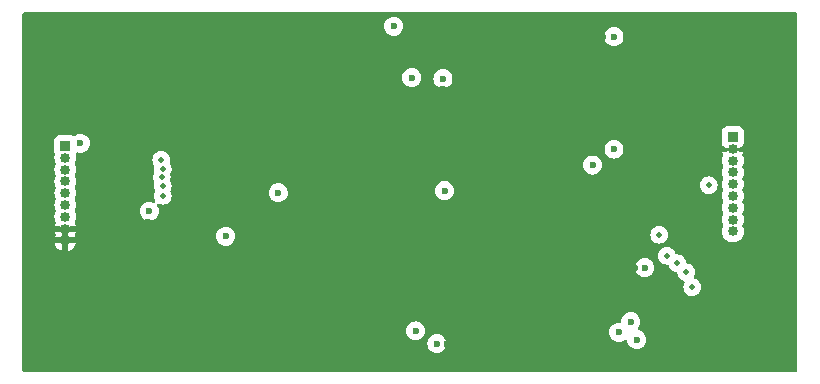
<source format=gbr>
%TF.GenerationSoftware,KiCad,Pcbnew,8.0.3*%
%TF.CreationDate,2024-07-25T00:21:40-07:00*%
%TF.ProjectId,radio_module,72616469-6f5f-46d6-9f64-756c652e6b69,rev?*%
%TF.SameCoordinates,Original*%
%TF.FileFunction,Copper,L2,Inr*%
%TF.FilePolarity,Positive*%
%FSLAX46Y46*%
G04 Gerber Fmt 4.6, Leading zero omitted, Abs format (unit mm)*
G04 Created by KiCad (PCBNEW 8.0.3) date 2024-07-25 00:21:40*
%MOMM*%
%LPD*%
G01*
G04 APERTURE LIST*
%TA.AperFunction,ComponentPad*%
%ADD10R,0.850000X0.850000*%
%TD*%
%TA.AperFunction,ComponentPad*%
%ADD11O,0.850000X0.850000*%
%TD*%
%TA.AperFunction,ViaPad*%
%ADD12C,0.500000*%
%TD*%
%TA.AperFunction,ViaPad*%
%ADD13C,0.600000*%
%TD*%
G04 APERTURE END LIST*
D10*
%TO.N,+3V3*%
%TO.C,J4*%
X99822000Y-97505000D03*
D11*
%TO.N,/NRESET*%
X99822000Y-98505000D03*
%TO.N,/DIO5*%
X99822000Y-99505000D03*
%TO.N,/SCK*%
X99822000Y-100505000D03*
%TO.N,/MISO*%
X99822000Y-101505000D03*
%TO.N,/MOSI*%
X99822000Y-102505000D03*
%TO.N,/NSS*%
X99822000Y-103505000D03*
%TO.N,GND*%
X99822000Y-104505000D03*
X99822000Y-105505000D03*
%TD*%
D10*
%TO.N,/ANT1*%
%TO.C,J3*%
X156337000Y-96743000D03*
D11*
%TO.N,GND*%
X156337000Y-97743000D03*
%TO.N,/DIO0*%
X156337000Y-98743000D03*
%TO.N,/DIO1*%
X156337000Y-99743000D03*
%TO.N,+5V*%
X156337000Y-100743000D03*
%TO.N,/DIO2*%
X156337000Y-101743000D03*
%TO.N,/DIO3*%
X156337000Y-102743000D03*
%TO.N,/DIO4*%
X156337000Y-103743000D03*
%TO.N,/ANT2*%
X156337000Y-104743000D03*
%TD*%
D12*
%TO.N,GND*%
X139954000Y-110744000D03*
D13*
X137668000Y-99822000D03*
D12*
X132334000Y-105410000D03*
D13*
X129159000Y-92735400D03*
X144927000Y-108204000D03*
D12*
X133223000Y-107315000D03*
X146050000Y-107315000D03*
X121666000Y-109347000D03*
D13*
X116459000Y-103985000D03*
D12*
X127000000Y-111252000D03*
X122428000Y-107188000D03*
X117475000Y-105283000D03*
X121666000Y-105283000D03*
D13*
X121957000Y-112025999D03*
D12*
X126619000Y-89027000D03*
X138684000Y-89154000D03*
X120142000Y-109347000D03*
X147447000Y-105410000D03*
X125857000Y-109347000D03*
X136271000Y-109347000D03*
X122936000Y-105283000D03*
D13*
X140716000Y-99822000D03*
D12*
X139319000Y-105410000D03*
D13*
X119634000Y-98044000D03*
D12*
X138557000Y-110744000D03*
X141478000Y-112014000D03*
X142367000Y-90932000D03*
D13*
X145265051Y-97775001D03*
D12*
X128270000Y-109347000D03*
D13*
X136525000Y-103096000D03*
X101727000Y-105283000D03*
X124038880Y-105274120D03*
X132171800Y-104255000D03*
D12*
X139192000Y-99060000D03*
D13*
X131802001Y-92697300D03*
X106807000Y-103985000D03*
D12*
X136652000Y-105410000D03*
D13*
X112979200Y-94672000D03*
X128701800Y-94996000D03*
D12*
X127127000Y-109347000D03*
X137160000Y-90932000D03*
X136525000Y-97282000D03*
X138557000Y-90932000D03*
D13*
X114014200Y-94672000D03*
D12*
X136271000Y-107315000D03*
D13*
X117475000Y-100457000D03*
D12*
X128397000Y-97282000D03*
X138303000Y-107315000D03*
X142494000Y-89154000D03*
D13*
X117602000Y-104112000D03*
X127980800Y-103112000D03*
X135509000Y-103096000D03*
D12*
X134366000Y-89154000D03*
X140462000Y-105410000D03*
X134747000Y-109347000D03*
X123063000Y-109347000D03*
D13*
X131663800Y-107938000D03*
X123444000Y-90805000D03*
X120799800Y-108108000D03*
D12*
X141351000Y-89154000D03*
X119507000Y-90805000D03*
X134747000Y-111379000D03*
X124460000Y-109347000D03*
X141097000Y-97155000D03*
X140081000Y-89154000D03*
X135890000Y-89154000D03*
X145034000Y-110744000D03*
D13*
X144630051Y-92949001D03*
D12*
X135763000Y-90932000D03*
X107823000Y-91948000D03*
X110490000Y-91567000D03*
X142621000Y-110744000D03*
X143891000Y-112014000D03*
D13*
X132175000Y-114236998D03*
D12*
X135255000Y-105410000D03*
X140081000Y-112014000D03*
X146050000Y-105410000D03*
X120523000Y-111252000D03*
X137287000Y-89154000D03*
X143129000Y-107315000D03*
X143129000Y-105410000D03*
X136144000Y-99187000D03*
X141732000Y-107315000D03*
D13*
X122301000Y-94869000D03*
X128143000Y-99822000D03*
X139791800Y-108065000D03*
D12*
X128270000Y-111252000D03*
D13*
X117398800Y-97409000D03*
D12*
X135382000Y-97282000D03*
X145161000Y-112014000D03*
X132588000Y-89154000D03*
D13*
X129286000Y-99822000D03*
X112522000Y-93091000D03*
D12*
X143764000Y-89154000D03*
X122936000Y-89027000D03*
X144653000Y-105410000D03*
X123190000Y-111252000D03*
X113284000Y-93726000D03*
X113284000Y-92710000D03*
X134366000Y-90932000D03*
D13*
X118491000Y-88142000D03*
D12*
X124587000Y-111252000D03*
X124968000Y-89027000D03*
X133858000Y-105410000D03*
X143764000Y-110744000D03*
D13*
X127218800Y-107938000D03*
X123825000Y-108013500D03*
D12*
X142748000Y-112014000D03*
X119253000Y-105283000D03*
X126746000Y-90805000D03*
D13*
X132937000Y-112204998D03*
D12*
X142240000Y-99060000D03*
X121031000Y-90805000D03*
X141351000Y-110744000D03*
D13*
X126111000Y-99822000D03*
D12*
X138684000Y-112014000D03*
D13*
X125821800Y-108065000D03*
X125730000Y-97028000D03*
X130429000Y-88138000D03*
D12*
X136271000Y-111379000D03*
X111887000Y-91567000D03*
D13*
X134747000Y-108077000D03*
D12*
X129921000Y-97282000D03*
X113157000Y-91694000D03*
X141224000Y-90932000D03*
D13*
X115030200Y-94672000D03*
D12*
X109093000Y-91567000D03*
X125857000Y-111252000D03*
D13*
X149653400Y-106407200D03*
X128701800Y-93853000D03*
D12*
X132588000Y-90932000D03*
X132715000Y-97282000D03*
D13*
X145392051Y-88250001D03*
D12*
X143637000Y-90932000D03*
X119507000Y-89027000D03*
X120523000Y-105283000D03*
X129540000Y-109347000D03*
D13*
X117751800Y-108108000D03*
X122174000Y-99695000D03*
X148082000Y-107823000D03*
X134620000Y-99822000D03*
D12*
X131953000Y-99060000D03*
X107823000Y-96393000D03*
X137795000Y-97282000D03*
D13*
X123952000Y-99695000D03*
X124460000Y-94869000D03*
D12*
X139954000Y-90932000D03*
X121031000Y-89027000D03*
X107823000Y-93218000D03*
D13*
X130429000Y-99822000D03*
D12*
X134112000Y-97282000D03*
X107823000Y-94488000D03*
X131318000Y-97282000D03*
X141732000Y-105410000D03*
X119380000Y-107188000D03*
X124968000Y-90805000D03*
D13*
X110871000Y-96393000D03*
%TO.N,+3V3*%
X129159000Y-91722000D03*
X146281051Y-97775001D03*
X129477000Y-113168499D03*
X101092000Y-97282000D03*
X106934000Y-103025000D03*
X131802001Y-91808300D03*
X148209000Y-113919000D03*
X148882003Y-107823000D03*
X127635000Y-87380000D03*
X146281051Y-88250001D03*
X131286000Y-114236998D03*
%TO.N,VR_PA*%
X131937000Y-101302000D03*
X117856000Y-101473000D03*
D12*
%TO.N,+5V*%
X154305000Y-100838000D03*
D13*
%TO.N,RF_CONTROL*%
X113411000Y-105156000D03*
X146685000Y-113284000D03*
%TO.N,RF_CONTROL_SW*%
X147701000Y-112395000D03*
X144462500Y-99123500D03*
D12*
%TO.N,/DIO0_sx*%
X107950000Y-98679000D03*
X150114000Y-105029000D03*
%TO.N,/DIO1_sx*%
X108069216Y-99446845D03*
X150749000Y-106807000D03*
%TO.N,/DIO2_sx*%
X107980251Y-100172749D03*
X151638000Y-107442000D03*
%TO.N,/DIO3_sx*%
X108075919Y-100878147D03*
X152400000Y-108204000D03*
%TO.N,/DIO4_sx*%
X108077000Y-101727000D03*
X152908000Y-109474000D03*
%TD*%
%TA.AperFunction,Conductor*%
%TO.N,GND*%
G36*
X161742539Y-86220185D02*
G01*
X161788294Y-86272989D01*
X161799500Y-86324500D01*
X161799500Y-116515500D01*
X161779815Y-116582539D01*
X161727011Y-116628294D01*
X161675500Y-116639500D01*
X96324500Y-116639500D01*
X96257461Y-116619815D01*
X96211706Y-116567011D01*
X96200500Y-116515500D01*
X96200500Y-114236994D01*
X130480435Y-114236994D01*
X130480435Y-114237001D01*
X130500630Y-114416247D01*
X130500631Y-114416252D01*
X130560211Y-114586521D01*
X130656184Y-114739260D01*
X130783738Y-114866814D01*
X130936478Y-114962787D01*
X131106745Y-115022366D01*
X131106750Y-115022367D01*
X131285996Y-115042563D01*
X131286000Y-115042563D01*
X131286004Y-115042563D01*
X131465249Y-115022367D01*
X131465252Y-115022366D01*
X131465255Y-115022366D01*
X131635522Y-114962787D01*
X131788262Y-114866814D01*
X131915816Y-114739260D01*
X132011789Y-114586520D01*
X132071368Y-114416253D01*
X132091565Y-114236998D01*
X132075932Y-114098254D01*
X132071369Y-114057748D01*
X132071368Y-114057743D01*
X132042087Y-113974064D01*
X132011789Y-113887476D01*
X131915816Y-113734736D01*
X131788262Y-113607182D01*
X131635523Y-113511209D01*
X131465254Y-113451629D01*
X131465249Y-113451628D01*
X131286004Y-113431433D01*
X131285996Y-113431433D01*
X131106750Y-113451628D01*
X131106745Y-113451629D01*
X130936476Y-113511209D01*
X130783737Y-113607182D01*
X130656184Y-113734735D01*
X130560211Y-113887474D01*
X130500631Y-114057743D01*
X130500630Y-114057748D01*
X130480435Y-114236994D01*
X96200500Y-114236994D01*
X96200500Y-113168495D01*
X128671435Y-113168495D01*
X128671435Y-113168502D01*
X128691630Y-113347748D01*
X128691631Y-113347753D01*
X128751211Y-113518022D01*
X128823785Y-113633522D01*
X128847184Y-113670761D01*
X128974738Y-113798315D01*
X129065080Y-113855081D01*
X129116636Y-113887476D01*
X129127478Y-113894288D01*
X129297745Y-113953867D01*
X129297750Y-113953868D01*
X129476996Y-113974064D01*
X129477000Y-113974064D01*
X129477004Y-113974064D01*
X129656249Y-113953868D01*
X129656252Y-113953867D01*
X129656255Y-113953867D01*
X129826522Y-113894288D01*
X129979262Y-113798315D01*
X130106816Y-113670761D01*
X130202789Y-113518021D01*
X130262368Y-113347754D01*
X130262369Y-113347748D01*
X130269552Y-113283996D01*
X145879435Y-113283996D01*
X145879435Y-113284003D01*
X145899630Y-113463249D01*
X145899631Y-113463254D01*
X145959211Y-113633523D01*
X146055184Y-113786262D01*
X146182738Y-113913816D01*
X146335478Y-114009789D01*
X146472523Y-114057743D01*
X146505745Y-114069368D01*
X146505750Y-114069369D01*
X146684996Y-114089565D01*
X146685000Y-114089565D01*
X146685004Y-114089565D01*
X146864249Y-114069369D01*
X146864252Y-114069368D01*
X146864255Y-114069368D01*
X147034522Y-114009789D01*
X147187262Y-113913816D01*
X147198948Y-113902129D01*
X147260266Y-113868646D01*
X147329958Y-113873628D01*
X147385893Y-113915498D01*
X147409848Y-113975927D01*
X147423630Y-114098250D01*
X147423631Y-114098254D01*
X147483211Y-114268523D01*
X147576033Y-114416247D01*
X147579184Y-114421262D01*
X147706738Y-114548816D01*
X147859478Y-114644789D01*
X148029745Y-114704368D01*
X148029750Y-114704369D01*
X148208996Y-114724565D01*
X148209000Y-114724565D01*
X148209004Y-114724565D01*
X148388249Y-114704369D01*
X148388252Y-114704368D01*
X148388255Y-114704368D01*
X148558522Y-114644789D01*
X148711262Y-114548816D01*
X148838816Y-114421262D01*
X148934789Y-114268522D01*
X148994368Y-114098255D01*
X149008361Y-113974064D01*
X149014565Y-113919003D01*
X149014565Y-113918996D01*
X148994369Y-113739750D01*
X148994368Y-113739745D01*
X148934788Y-113569476D01*
X148895582Y-113507080D01*
X148838816Y-113416738D01*
X148711262Y-113289184D01*
X148558523Y-113193211D01*
X148388253Y-113133631D01*
X148380061Y-113132708D01*
X148315648Y-113105637D01*
X148276096Y-113048040D01*
X148273962Y-112978203D01*
X148306268Y-112921809D01*
X148330816Y-112897262D01*
X148426789Y-112744522D01*
X148486368Y-112574255D01*
X148494889Y-112498630D01*
X148506565Y-112395003D01*
X148506565Y-112394996D01*
X148486369Y-112215750D01*
X148486368Y-112215745D01*
X148426788Y-112045476D01*
X148330815Y-111892737D01*
X148203262Y-111765184D01*
X148050523Y-111669211D01*
X147880254Y-111609631D01*
X147880249Y-111609630D01*
X147701004Y-111589435D01*
X147700996Y-111589435D01*
X147521750Y-111609630D01*
X147521745Y-111609631D01*
X147351476Y-111669211D01*
X147198737Y-111765184D01*
X147071184Y-111892737D01*
X146975211Y-112045476D01*
X146915631Y-112215745D01*
X146915630Y-112215750D01*
X146897397Y-112377581D01*
X146870331Y-112441995D01*
X146812736Y-112481551D01*
X146760294Y-112486918D01*
X146685004Y-112478435D01*
X146684996Y-112478435D01*
X146505750Y-112498630D01*
X146505745Y-112498631D01*
X146335476Y-112558211D01*
X146182737Y-112654184D01*
X146055184Y-112781737D01*
X145959211Y-112934476D01*
X145899631Y-113104745D01*
X145899630Y-113104750D01*
X145879435Y-113283996D01*
X130269552Y-113283996D01*
X130282565Y-113168502D01*
X130282565Y-113168495D01*
X130262369Y-112989249D01*
X130262368Y-112989244D01*
X130258505Y-112978203D01*
X130202789Y-112818977D01*
X130106816Y-112666237D01*
X129979262Y-112538683D01*
X129940366Y-112514243D01*
X129826523Y-112442710D01*
X129656254Y-112383130D01*
X129656249Y-112383129D01*
X129477004Y-112362934D01*
X129476996Y-112362934D01*
X129297750Y-112383129D01*
X129297745Y-112383130D01*
X129127476Y-112442710D01*
X128974737Y-112538683D01*
X128847184Y-112666236D01*
X128751211Y-112818975D01*
X128691631Y-112989244D01*
X128691630Y-112989249D01*
X128671435Y-113168495D01*
X96200500Y-113168495D01*
X96200500Y-107822996D01*
X148076438Y-107822996D01*
X148076438Y-107823003D01*
X148096633Y-108002249D01*
X148096634Y-108002254D01*
X148156214Y-108172523D01*
X148252187Y-108325262D01*
X148379741Y-108452816D01*
X148532481Y-108548789D01*
X148618645Y-108578939D01*
X148702748Y-108608368D01*
X148702753Y-108608369D01*
X148881999Y-108628565D01*
X148882003Y-108628565D01*
X148882007Y-108628565D01*
X149061252Y-108608369D01*
X149061255Y-108608368D01*
X149061258Y-108608368D01*
X149231525Y-108548789D01*
X149384265Y-108452816D01*
X149511819Y-108325262D01*
X149607792Y-108172522D01*
X149667371Y-108002255D01*
X149677441Y-107912884D01*
X149687568Y-107823003D01*
X149687568Y-107822996D01*
X149667372Y-107643750D01*
X149667371Y-107643745D01*
X149638854Y-107562249D01*
X149607792Y-107473478D01*
X149604153Y-107467687D01*
X149545585Y-107374476D01*
X149511819Y-107320738D01*
X149384265Y-107193184D01*
X149291179Y-107134694D01*
X149231526Y-107097211D01*
X149061257Y-107037631D01*
X149061252Y-107037630D01*
X148882007Y-107017435D01*
X148881999Y-107017435D01*
X148702753Y-107037630D01*
X148702748Y-107037631D01*
X148532479Y-107097211D01*
X148379740Y-107193184D01*
X148252187Y-107320737D01*
X148156214Y-107473476D01*
X148096634Y-107643745D01*
X148096633Y-107643750D01*
X148076438Y-107822996D01*
X96200500Y-107822996D01*
X96200500Y-106806997D01*
X149993751Y-106806997D01*
X149993751Y-106807002D01*
X150012685Y-106975056D01*
X150068545Y-107134694D01*
X150068547Y-107134697D01*
X150158518Y-107277884D01*
X150158523Y-107277890D01*
X150278109Y-107397476D01*
X150278115Y-107397481D01*
X150421302Y-107487452D01*
X150421305Y-107487454D01*
X150421309Y-107487455D01*
X150421310Y-107487456D01*
X150493913Y-107512860D01*
X150580943Y-107543314D01*
X150748997Y-107562249D01*
X150749000Y-107562249D01*
X150749001Y-107562249D01*
X150760258Y-107560980D01*
X150781534Y-107558583D01*
X150850356Y-107570637D01*
X150901736Y-107617985D01*
X150912461Y-107640849D01*
X150957544Y-107769691D01*
X150957547Y-107769697D01*
X151047518Y-107912884D01*
X151047523Y-107912890D01*
X151167109Y-108032476D01*
X151167115Y-108032481D01*
X151310302Y-108122452D01*
X151310305Y-108122454D01*
X151310309Y-108122455D01*
X151310310Y-108122456D01*
X151453391Y-108172522D01*
X151469944Y-108178314D01*
X151545801Y-108186861D01*
X151610215Y-108213927D01*
X151649771Y-108271522D01*
X151655138Y-108296196D01*
X151663686Y-108372056D01*
X151719545Y-108531694D01*
X151719547Y-108531697D01*
X151809518Y-108674884D01*
X151809523Y-108674890D01*
X151929109Y-108794476D01*
X151929115Y-108794481D01*
X152072302Y-108884452D01*
X152072307Y-108884455D01*
X152072310Y-108884456D01*
X152187678Y-108924824D01*
X152244453Y-108965546D01*
X152270201Y-109030498D01*
X152256745Y-109099060D01*
X152251717Y-109107838D01*
X152227545Y-109146307D01*
X152171685Y-109305943D01*
X152152751Y-109473997D01*
X152152751Y-109474002D01*
X152171685Y-109642056D01*
X152227545Y-109801694D01*
X152227547Y-109801697D01*
X152317518Y-109944884D01*
X152317523Y-109944890D01*
X152437109Y-110064476D01*
X152437115Y-110064481D01*
X152580302Y-110154452D01*
X152580305Y-110154454D01*
X152580309Y-110154455D01*
X152580310Y-110154456D01*
X152652913Y-110179860D01*
X152739943Y-110210314D01*
X152907997Y-110229249D01*
X152908000Y-110229249D01*
X152908003Y-110229249D01*
X153076056Y-110210314D01*
X153076059Y-110210313D01*
X153235690Y-110154456D01*
X153235692Y-110154454D01*
X153235694Y-110154454D01*
X153235697Y-110154452D01*
X153378884Y-110064481D01*
X153378885Y-110064480D01*
X153378890Y-110064477D01*
X153498477Y-109944890D01*
X153588452Y-109801697D01*
X153588454Y-109801694D01*
X153588454Y-109801692D01*
X153588456Y-109801690D01*
X153644313Y-109642059D01*
X153644313Y-109642058D01*
X153644314Y-109642056D01*
X153663249Y-109474002D01*
X153663249Y-109473997D01*
X153644314Y-109305943D01*
X153588454Y-109146305D01*
X153588452Y-109146302D01*
X153498481Y-109003115D01*
X153498476Y-109003109D01*
X153378890Y-108883523D01*
X153378884Y-108883518D01*
X153235697Y-108793547D01*
X153235694Y-108793545D01*
X153120321Y-108753175D01*
X153063545Y-108712453D01*
X153037798Y-108647500D01*
X153051254Y-108578939D01*
X153056284Y-108570159D01*
X153080454Y-108531694D01*
X153080454Y-108531692D01*
X153080456Y-108531690D01*
X153136313Y-108372059D01*
X153136313Y-108372058D01*
X153136314Y-108372056D01*
X153155249Y-108204002D01*
X153155249Y-108203997D01*
X153136314Y-108035943D01*
X153080454Y-107876305D01*
X153080452Y-107876302D01*
X152990481Y-107733115D01*
X152990476Y-107733109D01*
X152870890Y-107613523D01*
X152870884Y-107613518D01*
X152727697Y-107523547D01*
X152727694Y-107523545D01*
X152568056Y-107467686D01*
X152492196Y-107459138D01*
X152427783Y-107432071D01*
X152388228Y-107374476D01*
X152382861Y-107349801D01*
X152374314Y-107273944D01*
X152346055Y-107193184D01*
X152318456Y-107114310D01*
X152318455Y-107114309D01*
X152318454Y-107114305D01*
X152318452Y-107114302D01*
X152228481Y-106971115D01*
X152228476Y-106971109D01*
X152108890Y-106851523D01*
X152108884Y-106851518D01*
X151965697Y-106761547D01*
X151965694Y-106761545D01*
X151806056Y-106705685D01*
X151638003Y-106686751D01*
X151638001Y-106686751D01*
X151638000Y-106686751D01*
X151605462Y-106690416D01*
X151536641Y-106678361D01*
X151485262Y-106631011D01*
X151474539Y-106608151D01*
X151429454Y-106479305D01*
X151429452Y-106479302D01*
X151339481Y-106336115D01*
X151339476Y-106336109D01*
X151219890Y-106216523D01*
X151219884Y-106216518D01*
X151076697Y-106126547D01*
X151076694Y-106126545D01*
X150917056Y-106070685D01*
X150749003Y-106051751D01*
X150748997Y-106051751D01*
X150580943Y-106070685D01*
X150421305Y-106126545D01*
X150421302Y-106126547D01*
X150278115Y-106216518D01*
X150278109Y-106216523D01*
X150158523Y-106336109D01*
X150158518Y-106336115D01*
X150068547Y-106479302D01*
X150068545Y-106479305D01*
X150012685Y-106638943D01*
X149993751Y-106806997D01*
X96200500Y-106806997D01*
X96200500Y-105755000D01*
X98930628Y-105755000D01*
X98972316Y-105883306D01*
X98972317Y-105883307D01*
X99069536Y-106051694D01*
X99069535Y-106051694D01*
X99199639Y-106196190D01*
X99199642Y-106196192D01*
X99356950Y-106310484D01*
X99534587Y-106389573D01*
X99571999Y-106397524D01*
X99572000Y-106397524D01*
X100072000Y-106397524D01*
X100109412Y-106389573D01*
X100287049Y-106310484D01*
X100444357Y-106196192D01*
X100444360Y-106196190D01*
X100574463Y-106051694D01*
X100671682Y-105883307D01*
X100671683Y-105883306D01*
X100713372Y-105755000D01*
X100072000Y-105755000D01*
X100072000Y-106397524D01*
X99572000Y-106397524D01*
X99572000Y-105755000D01*
X98930628Y-105755000D01*
X96200500Y-105755000D01*
X96200500Y-105455272D01*
X99572000Y-105455272D01*
X99572000Y-105554728D01*
X99610060Y-105646614D01*
X99680386Y-105716940D01*
X99772272Y-105755000D01*
X99871728Y-105755000D01*
X99963614Y-105716940D01*
X100033940Y-105646614D01*
X100072000Y-105554728D01*
X100072000Y-105455272D01*
X100033940Y-105363386D01*
X99963614Y-105293060D01*
X99871728Y-105255000D01*
X100072000Y-105255000D01*
X100713372Y-105255000D01*
X100713371Y-105254999D01*
X100681204Y-105155996D01*
X112605435Y-105155996D01*
X112605435Y-105156003D01*
X112625630Y-105335249D01*
X112625631Y-105335254D01*
X112685211Y-105505523D01*
X112716129Y-105554728D01*
X112781184Y-105658262D01*
X112908738Y-105785816D01*
X113061478Y-105881789D01*
X113231745Y-105941368D01*
X113231750Y-105941369D01*
X113410996Y-105961565D01*
X113411000Y-105961565D01*
X113411004Y-105961565D01*
X113590249Y-105941369D01*
X113590252Y-105941368D01*
X113590255Y-105941368D01*
X113760522Y-105881789D01*
X113913262Y-105785816D01*
X114040816Y-105658262D01*
X114136789Y-105505522D01*
X114196368Y-105335255D01*
X114196369Y-105335249D01*
X114216565Y-105156003D01*
X114216565Y-105155996D01*
X114202256Y-105028997D01*
X149358751Y-105028997D01*
X149358751Y-105029002D01*
X149377685Y-105197056D01*
X149433545Y-105356694D01*
X149433547Y-105356697D01*
X149523518Y-105499884D01*
X149523523Y-105499890D01*
X149643109Y-105619476D01*
X149643115Y-105619481D01*
X149786302Y-105709452D01*
X149786305Y-105709454D01*
X149786309Y-105709455D01*
X149786310Y-105709456D01*
X149858913Y-105734860D01*
X149945943Y-105765314D01*
X150113997Y-105784249D01*
X150114000Y-105784249D01*
X150114003Y-105784249D01*
X150282056Y-105765314D01*
X150311532Y-105755000D01*
X150441690Y-105709456D01*
X150441692Y-105709454D01*
X150441694Y-105709454D01*
X150441697Y-105709452D01*
X150584884Y-105619481D01*
X150584885Y-105619480D01*
X150584890Y-105619477D01*
X150704477Y-105499890D01*
X150704481Y-105499884D01*
X150794452Y-105356697D01*
X150794454Y-105356694D01*
X150794454Y-105356692D01*
X150794456Y-105356690D01*
X150850313Y-105197059D01*
X150850313Y-105197058D01*
X150850314Y-105197056D01*
X150869249Y-105029002D01*
X150869249Y-105028997D01*
X150850314Y-104860943D01*
X150794454Y-104701305D01*
X150794452Y-104701302D01*
X150704481Y-104558115D01*
X150704476Y-104558109D01*
X150584890Y-104438523D01*
X150584884Y-104438518D01*
X150441697Y-104348547D01*
X150441694Y-104348545D01*
X150282056Y-104292685D01*
X150114003Y-104273751D01*
X150113997Y-104273751D01*
X149945943Y-104292685D01*
X149786305Y-104348545D01*
X149786302Y-104348547D01*
X149643115Y-104438518D01*
X149643109Y-104438523D01*
X149523523Y-104558109D01*
X149523518Y-104558115D01*
X149433547Y-104701302D01*
X149433545Y-104701305D01*
X149377685Y-104860943D01*
X149358751Y-105028997D01*
X114202256Y-105028997D01*
X114196369Y-104976750D01*
X114196368Y-104976745D01*
X114182279Y-104936482D01*
X114136789Y-104806478D01*
X114040816Y-104653738D01*
X113913262Y-104526184D01*
X113760523Y-104430211D01*
X113590254Y-104370631D01*
X113590249Y-104370630D01*
X113411004Y-104350435D01*
X113410996Y-104350435D01*
X113231750Y-104370630D01*
X113231745Y-104370631D01*
X113061476Y-104430211D01*
X112908737Y-104526184D01*
X112781184Y-104653737D01*
X112685211Y-104806476D01*
X112625631Y-104976745D01*
X112625630Y-104976750D01*
X112605435Y-105155996D01*
X100681204Y-105155996D01*
X100671684Y-105126697D01*
X100637218Y-105067000D01*
X100620745Y-104999100D01*
X100637218Y-104943000D01*
X100671684Y-104883302D01*
X100713372Y-104755000D01*
X100072000Y-104755000D01*
X100072000Y-105255000D01*
X99871728Y-105255000D01*
X99772272Y-105255000D01*
X99680386Y-105293060D01*
X99610060Y-105363386D01*
X99572000Y-105455272D01*
X96200500Y-105455272D01*
X96200500Y-105254999D01*
X98930628Y-105254999D01*
X98930628Y-105255000D01*
X99572000Y-105255000D01*
X99572000Y-104755000D01*
X98930628Y-104755000D01*
X98972316Y-104883306D01*
X98972317Y-104883307D01*
X99006781Y-104943000D01*
X99023254Y-105010900D01*
X99006781Y-105067000D01*
X98972317Y-105126692D01*
X98972316Y-105126693D01*
X98930628Y-105254999D01*
X96200500Y-105254999D01*
X96200500Y-98505000D01*
X98891402Y-98505000D01*
X98911738Y-98698483D01*
X98971856Y-98883510D01*
X98971857Y-98883511D01*
X99006203Y-98943000D01*
X99022676Y-99010900D01*
X99006203Y-99067000D01*
X98971857Y-99126488D01*
X98971856Y-99126489D01*
X98911738Y-99311516D01*
X98891402Y-99505000D01*
X98911738Y-99698483D01*
X98971856Y-99883510D01*
X98971857Y-99883511D01*
X99006203Y-99943000D01*
X99022676Y-100010900D01*
X99006203Y-100067000D01*
X98971857Y-100126488D01*
X98971856Y-100126489D01*
X98911738Y-100311516D01*
X98891402Y-100505000D01*
X98911738Y-100698483D01*
X98971856Y-100883510D01*
X98971857Y-100883511D01*
X99006203Y-100943000D01*
X99022676Y-101010900D01*
X99006203Y-101067000D01*
X98971857Y-101126488D01*
X98971856Y-101126489D01*
X98911738Y-101311516D01*
X98891402Y-101505000D01*
X98911738Y-101698483D01*
X98971856Y-101883510D01*
X98971857Y-101883511D01*
X99006203Y-101943000D01*
X99022676Y-102010900D01*
X99006203Y-102067000D01*
X98971857Y-102126488D01*
X98971856Y-102126489D01*
X98911738Y-102311516D01*
X98891402Y-102505000D01*
X98911738Y-102698483D01*
X98971856Y-102883510D01*
X98971857Y-102883511D01*
X99006203Y-102943000D01*
X99022676Y-103010900D01*
X99006203Y-103067000D01*
X98971857Y-103126488D01*
X98971856Y-103126489D01*
X98911738Y-103311516D01*
X98891402Y-103505000D01*
X98911738Y-103698483D01*
X98971856Y-103883510D01*
X98971857Y-103883511D01*
X99006492Y-103943500D01*
X99022965Y-104011400D01*
X99006492Y-104067500D01*
X98972317Y-104126692D01*
X98972316Y-104126693D01*
X98930628Y-104254999D01*
X98930628Y-104255000D01*
X99239441Y-104255000D01*
X99306480Y-104274685D01*
X99312327Y-104278682D01*
X99356702Y-104310923D01*
X99424926Y-104341297D01*
X99534429Y-104390051D01*
X99593788Y-104402668D01*
X99572000Y-104455272D01*
X99572000Y-104554728D01*
X99610060Y-104646614D01*
X99680386Y-104716940D01*
X99772272Y-104755000D01*
X99871728Y-104755000D01*
X99963614Y-104716940D01*
X100033940Y-104646614D01*
X100072000Y-104554728D01*
X100072000Y-104455272D01*
X100050211Y-104402668D01*
X100109571Y-104390051D01*
X100287299Y-104310922D01*
X100331673Y-104278681D01*
X100397480Y-104255202D01*
X100404559Y-104255000D01*
X100713372Y-104255000D01*
X100713371Y-104254999D01*
X100671684Y-104126697D01*
X100637507Y-104067500D01*
X100621034Y-103999600D01*
X100637506Y-103943502D01*
X100672144Y-103883508D01*
X100732262Y-103698482D01*
X100752598Y-103505000D01*
X100732262Y-103311518D01*
X100672144Y-103126492D01*
X100637795Y-103066999D01*
X100627604Y-103024996D01*
X106128435Y-103024996D01*
X106128435Y-103025003D01*
X106148630Y-103204249D01*
X106148631Y-103204254D01*
X106208211Y-103374523D01*
X106290196Y-103505000D01*
X106304184Y-103527262D01*
X106431738Y-103654816D01*
X106584478Y-103750789D01*
X106754745Y-103810368D01*
X106754750Y-103810369D01*
X106933996Y-103830565D01*
X106934000Y-103830565D01*
X106934004Y-103830565D01*
X107113249Y-103810369D01*
X107113252Y-103810368D01*
X107113255Y-103810368D01*
X107283522Y-103750789D01*
X107436262Y-103654816D01*
X107563816Y-103527262D01*
X107659789Y-103374522D01*
X107719368Y-103204255D01*
X107719369Y-103204249D01*
X107739565Y-103025003D01*
X107739565Y-103024996D01*
X107719369Y-102845750D01*
X107719368Y-102845745D01*
X107659788Y-102675475D01*
X107607224Y-102591822D01*
X107588223Y-102524585D01*
X107608590Y-102457750D01*
X107661858Y-102412536D01*
X107731114Y-102403297D01*
X107753168Y-102408806D01*
X107838639Y-102438713D01*
X107908943Y-102463314D01*
X108076997Y-102482249D01*
X108077000Y-102482249D01*
X108077003Y-102482249D01*
X108245056Y-102463314D01*
X108260957Y-102457750D01*
X108404690Y-102407456D01*
X108404692Y-102407454D01*
X108404694Y-102407454D01*
X108404697Y-102407452D01*
X108547884Y-102317481D01*
X108547885Y-102317480D01*
X108547890Y-102317477D01*
X108667477Y-102197890D01*
X108678090Y-102181000D01*
X108757452Y-102054697D01*
X108757454Y-102054694D01*
X108757454Y-102054692D01*
X108757456Y-102054690D01*
X108813313Y-101895059D01*
X108813313Y-101895058D01*
X108813314Y-101895056D01*
X108832249Y-101727002D01*
X108832249Y-101726997D01*
X108813313Y-101558942D01*
X108810015Y-101549518D01*
X108783239Y-101472996D01*
X117050435Y-101472996D01*
X117050435Y-101473003D01*
X117070630Y-101652249D01*
X117070631Y-101652254D01*
X117130211Y-101822523D01*
X117205912Y-101942999D01*
X117226184Y-101975262D01*
X117353738Y-102102816D01*
X117391417Y-102126491D01*
X117505037Y-102197884D01*
X117506478Y-102198789D01*
X117623195Y-102239630D01*
X117676745Y-102258368D01*
X117676750Y-102258369D01*
X117855996Y-102278565D01*
X117856000Y-102278565D01*
X117856004Y-102278565D01*
X118035249Y-102258369D01*
X118035252Y-102258368D01*
X118035255Y-102258368D01*
X118205522Y-102198789D01*
X118358262Y-102102816D01*
X118485816Y-101975262D01*
X118581789Y-101822522D01*
X118641368Y-101652255D01*
X118641369Y-101652249D01*
X118661565Y-101473003D01*
X118661565Y-101472996D01*
X118642298Y-101301996D01*
X131131435Y-101301996D01*
X131131435Y-101302003D01*
X131151630Y-101481249D01*
X131151631Y-101481254D01*
X131211211Y-101651523D01*
X131258635Y-101726997D01*
X131307184Y-101804262D01*
X131434738Y-101931816D01*
X131503882Y-101975262D01*
X131551209Y-102005000D01*
X131587478Y-102027789D01*
X131757745Y-102087368D01*
X131757750Y-102087369D01*
X131936996Y-102107565D01*
X131937000Y-102107565D01*
X131937004Y-102107565D01*
X132116249Y-102087369D01*
X132116252Y-102087368D01*
X132116255Y-102087368D01*
X132286522Y-102027789D01*
X132439262Y-101931816D01*
X132566816Y-101804262D01*
X132662789Y-101651522D01*
X132722368Y-101481255D01*
X132728315Y-101428476D01*
X132742565Y-101302003D01*
X132742565Y-101301996D01*
X132722369Y-101122750D01*
X132722368Y-101122745D01*
X132662788Y-100952476D01*
X132590859Y-100838002D01*
X132590856Y-100837997D01*
X153549751Y-100837997D01*
X153549751Y-100838002D01*
X153568685Y-101006056D01*
X153624545Y-101165694D01*
X153624547Y-101165697D01*
X153714518Y-101308884D01*
X153714523Y-101308890D01*
X153834109Y-101428476D01*
X153834115Y-101428481D01*
X153977302Y-101518452D01*
X153977305Y-101518454D01*
X153977309Y-101518455D01*
X153977310Y-101518456D01*
X154049913Y-101543860D01*
X154136943Y-101574314D01*
X154304997Y-101593249D01*
X154305000Y-101593249D01*
X154305003Y-101593249D01*
X154473056Y-101574314D01*
X154516984Y-101558943D01*
X154632690Y-101518456D01*
X154632692Y-101518454D01*
X154632694Y-101518454D01*
X154632697Y-101518452D01*
X154775884Y-101428481D01*
X154775885Y-101428480D01*
X154775890Y-101428477D01*
X154895477Y-101308890D01*
X154897921Y-101305000D01*
X154985452Y-101165697D01*
X154985454Y-101165694D01*
X154985454Y-101165692D01*
X154985456Y-101165690D01*
X155041313Y-101006059D01*
X155041313Y-101006058D01*
X155041314Y-101006056D01*
X155060249Y-100838002D01*
X155060249Y-100837997D01*
X155041314Y-100669943D01*
X154999504Y-100550457D01*
X154985456Y-100510310D01*
X154985455Y-100510309D01*
X154985454Y-100510305D01*
X154985452Y-100510302D01*
X154895481Y-100367115D01*
X154895476Y-100367109D01*
X154775890Y-100247523D01*
X154775884Y-100247518D01*
X154632697Y-100157547D01*
X154632694Y-100157545D01*
X154473056Y-100101685D01*
X154305003Y-100082751D01*
X154304997Y-100082751D01*
X154136943Y-100101685D01*
X153977305Y-100157545D01*
X153977302Y-100157547D01*
X153834115Y-100247518D01*
X153834109Y-100247523D01*
X153714523Y-100367109D01*
X153714518Y-100367115D01*
X153624547Y-100510302D01*
X153624545Y-100510305D01*
X153568685Y-100669943D01*
X153549751Y-100837997D01*
X132590856Y-100837997D01*
X132566816Y-100799738D01*
X132439262Y-100672184D01*
X132431704Y-100667435D01*
X132286523Y-100576211D01*
X132116254Y-100516631D01*
X132116249Y-100516630D01*
X131937004Y-100496435D01*
X131936996Y-100496435D01*
X131757750Y-100516630D01*
X131757745Y-100516631D01*
X131587476Y-100576211D01*
X131434737Y-100672184D01*
X131307184Y-100799737D01*
X131211211Y-100952476D01*
X131151631Y-101122745D01*
X131151630Y-101122750D01*
X131131435Y-101301996D01*
X118642298Y-101301996D01*
X118641369Y-101293750D01*
X118641368Y-101293745D01*
X118625676Y-101248900D01*
X118581789Y-101123478D01*
X118581328Y-101122745D01*
X118511051Y-101010900D01*
X118485816Y-100970738D01*
X118358262Y-100843184D01*
X118350007Y-100837997D01*
X118205523Y-100747211D01*
X118035254Y-100687631D01*
X118035249Y-100687630D01*
X117856004Y-100667435D01*
X117855996Y-100667435D01*
X117676750Y-100687630D01*
X117676745Y-100687631D01*
X117506476Y-100747211D01*
X117353737Y-100843184D01*
X117226184Y-100970737D01*
X117130211Y-101123476D01*
X117070631Y-101293745D01*
X117070630Y-101293750D01*
X117050435Y-101472996D01*
X108783239Y-101472996D01*
X108757456Y-101399310D01*
X108737582Y-101367682D01*
X108718583Y-101300451D01*
X108737583Y-101235742D01*
X108756375Y-101205837D01*
X108812232Y-101046206D01*
X108831168Y-100878147D01*
X108826645Y-100838002D01*
X108812233Y-100710090D01*
X108793613Y-100656877D01*
X108756375Y-100550457D01*
X108756373Y-100550454D01*
X108756373Y-100550453D01*
X108715455Y-100485334D01*
X108696454Y-100418098D01*
X108703405Y-100378411D01*
X108716564Y-100340808D01*
X108719864Y-100311518D01*
X108735500Y-100172751D01*
X108735500Y-100172746D01*
X108716565Y-100004695D01*
X108716564Y-100004692D01*
X108716564Y-100004690D01*
X108696399Y-99947064D01*
X108692839Y-99877288D01*
X108708449Y-99840139D01*
X108746582Y-99779452D01*
X108749672Y-99774535D01*
X108805529Y-99614904D01*
X108817912Y-99505000D01*
X108824465Y-99446847D01*
X108824465Y-99446842D01*
X108805530Y-99278788D01*
X108765217Y-99163581D01*
X108751191Y-99123496D01*
X143656935Y-99123496D01*
X143656935Y-99123503D01*
X143677130Y-99302749D01*
X143677131Y-99302754D01*
X143736711Y-99473023D01*
X143825860Y-99614902D01*
X143832684Y-99625762D01*
X143960238Y-99753316D01*
X144112978Y-99849289D01*
X144210776Y-99883510D01*
X144283245Y-99908868D01*
X144283250Y-99908869D01*
X144462496Y-99929065D01*
X144462500Y-99929065D01*
X144462504Y-99929065D01*
X144641749Y-99908869D01*
X144641752Y-99908868D01*
X144641755Y-99908868D01*
X144812022Y-99849289D01*
X144964762Y-99753316D01*
X145092316Y-99625762D01*
X145188289Y-99473022D01*
X145247868Y-99302755D01*
X145247869Y-99302749D01*
X145268065Y-99123503D01*
X145268065Y-99123496D01*
X145247869Y-98944250D01*
X145247868Y-98944245D01*
X145188288Y-98773976D01*
X145168824Y-98743000D01*
X155406402Y-98743000D01*
X155426738Y-98936483D01*
X155486856Y-99121510D01*
X155486857Y-99121511D01*
X155521203Y-99181000D01*
X155537676Y-99248900D01*
X155521203Y-99305000D01*
X155486857Y-99364488D01*
X155486856Y-99364489D01*
X155426738Y-99549516D01*
X155406402Y-99743000D01*
X155426738Y-99936483D01*
X155486856Y-100121510D01*
X155486857Y-100121511D01*
X155521203Y-100181000D01*
X155537676Y-100248900D01*
X155521203Y-100305000D01*
X155486857Y-100364488D01*
X155486856Y-100364489D01*
X155426738Y-100549516D01*
X155406402Y-100743000D01*
X155426738Y-100936483D01*
X155486856Y-101121510D01*
X155486857Y-101121511D01*
X155521203Y-101181000D01*
X155537676Y-101248900D01*
X155521203Y-101305000D01*
X155486857Y-101364488D01*
X155486856Y-101364489D01*
X155426738Y-101549516D01*
X155406402Y-101743000D01*
X155426738Y-101936483D01*
X155486856Y-102121510D01*
X155486857Y-102121511D01*
X155521203Y-102181000D01*
X155537676Y-102248900D01*
X155521203Y-102305000D01*
X155486857Y-102364488D01*
X155486856Y-102364489D01*
X155426738Y-102549516D01*
X155406402Y-102743000D01*
X155426738Y-102936483D01*
X155486856Y-103121510D01*
X155486857Y-103121511D01*
X155521203Y-103181000D01*
X155537676Y-103248900D01*
X155521203Y-103305000D01*
X155486857Y-103364488D01*
X155486856Y-103364489D01*
X155426738Y-103549516D01*
X155406402Y-103743000D01*
X155426738Y-103936483D01*
X155486856Y-104121510D01*
X155486857Y-104121511D01*
X155521203Y-104181000D01*
X155537676Y-104248900D01*
X155521203Y-104305000D01*
X155486857Y-104364488D01*
X155486856Y-104364489D01*
X155426738Y-104549516D01*
X155406402Y-104743000D01*
X155426738Y-104936483D01*
X155486856Y-105121510D01*
X155486857Y-105121511D01*
X155530475Y-105197059D01*
X155584130Y-105289992D01*
X155624880Y-105335249D01*
X155714302Y-105434564D01*
X155714305Y-105434566D01*
X155714308Y-105434569D01*
X155811966Y-105505522D01*
X155871702Y-105548923D01*
X155939926Y-105579297D01*
X156049429Y-105628051D01*
X156239726Y-105668500D01*
X156434274Y-105668500D01*
X156624571Y-105628051D01*
X156802299Y-105548922D01*
X156959692Y-105434569D01*
X157089870Y-105289992D01*
X157187144Y-105121508D01*
X157247262Y-104936482D01*
X157267598Y-104743000D01*
X157247262Y-104549518D01*
X157187144Y-104364492D01*
X157152795Y-104304999D01*
X157136322Y-104237101D01*
X157152796Y-104181000D01*
X157187144Y-104121508D01*
X157247262Y-103936482D01*
X157267598Y-103743000D01*
X157247262Y-103549518D01*
X157187144Y-103364492D01*
X157152795Y-103304999D01*
X157136322Y-103237101D01*
X157152796Y-103181000D01*
X157187144Y-103121508D01*
X157247262Y-102936482D01*
X157267598Y-102743000D01*
X157247262Y-102549518D01*
X157187144Y-102364492D01*
X157152795Y-102304999D01*
X157136322Y-102237101D01*
X157152796Y-102181000D01*
X157187144Y-102121508D01*
X157247262Y-101936482D01*
X157267598Y-101743000D01*
X157247262Y-101549518D01*
X157187144Y-101364492D01*
X157152795Y-101304999D01*
X157136322Y-101237101D01*
X157152796Y-101181000D01*
X157187144Y-101121508D01*
X157247262Y-100936482D01*
X157267598Y-100743000D01*
X157247262Y-100549518D01*
X157187144Y-100364492D01*
X157152795Y-100304999D01*
X157136322Y-100237101D01*
X157152796Y-100181000D01*
X157187144Y-100121508D01*
X157247262Y-99936482D01*
X157267598Y-99743000D01*
X157247262Y-99549518D01*
X157187144Y-99364492D01*
X157152795Y-99304999D01*
X157136322Y-99237101D01*
X157152796Y-99181000D01*
X157187144Y-99121508D01*
X157247262Y-98936482D01*
X157267598Y-98743000D01*
X157247262Y-98549518D01*
X157187144Y-98364492D01*
X157152506Y-98304498D01*
X157136034Y-98236598D01*
X157152508Y-98180498D01*
X157186680Y-98121310D01*
X157186684Y-98121301D01*
X157228372Y-97993000D01*
X156919559Y-97993000D01*
X156852520Y-97973315D01*
X156846673Y-97969318D01*
X156802295Y-97937075D01*
X156732000Y-97905779D01*
X156678762Y-97860530D01*
X156658440Y-97793681D01*
X156677484Y-97726457D01*
X156729850Y-97680201D01*
X156782433Y-97668499D01*
X156809872Y-97668499D01*
X156869483Y-97662091D01*
X157004331Y-97611796D01*
X157025771Y-97595746D01*
X157126645Y-97520232D01*
X157128319Y-97522468D01*
X157177096Y-97495834D01*
X157203454Y-97493000D01*
X157228372Y-97493000D01*
X157228371Y-97492999D01*
X157216870Y-97457601D01*
X157214875Y-97387760D01*
X157218619Y-97375950D01*
X157253660Y-97282000D01*
X157256091Y-97275483D01*
X157262500Y-97215873D01*
X157262499Y-96270128D01*
X157256091Y-96210517D01*
X157205796Y-96075669D01*
X157205795Y-96075668D01*
X157205793Y-96075664D01*
X157119547Y-95960455D01*
X157119544Y-95960452D01*
X157004335Y-95874206D01*
X157004328Y-95874202D01*
X156869482Y-95823908D01*
X156869483Y-95823908D01*
X156809883Y-95817501D01*
X156809881Y-95817500D01*
X156809873Y-95817500D01*
X156809864Y-95817500D01*
X155864129Y-95817500D01*
X155864123Y-95817501D01*
X155804516Y-95823908D01*
X155669671Y-95874202D01*
X155669664Y-95874206D01*
X155554455Y-95960452D01*
X155554452Y-95960455D01*
X155468206Y-96075664D01*
X155468202Y-96075671D01*
X155417908Y-96210517D01*
X155411501Y-96270116D01*
X155411501Y-96270123D01*
X155411500Y-96270135D01*
X155411500Y-97215870D01*
X155411501Y-97215876D01*
X155417908Y-97275483D01*
X155455380Y-97375948D01*
X155460364Y-97445639D01*
X155457130Y-97457597D01*
X155445627Y-97492999D01*
X155445628Y-97493000D01*
X155470546Y-97493000D01*
X155537585Y-97512685D01*
X155547202Y-97520435D01*
X155547355Y-97520232D01*
X155669664Y-97611793D01*
X155669671Y-97611797D01*
X155804517Y-97662091D01*
X155804516Y-97662091D01*
X155811444Y-97662835D01*
X155864127Y-97668500D01*
X155891561Y-97668499D01*
X155958598Y-97688181D01*
X156004355Y-97740984D01*
X156014300Y-97810142D01*
X155985278Y-97873699D01*
X155941998Y-97905778D01*
X155871705Y-97937075D01*
X155871704Y-97937075D01*
X155827327Y-97969318D01*
X155761520Y-97992798D01*
X155754441Y-97993000D01*
X155445628Y-97993000D01*
X155487315Y-98121302D01*
X155521492Y-98180498D01*
X155537965Y-98248398D01*
X155521493Y-98304497D01*
X155486856Y-98364490D01*
X155426738Y-98549516D01*
X155406402Y-98743000D01*
X145168824Y-98743000D01*
X145140852Y-98698482D01*
X145092316Y-98621238D01*
X144964762Y-98493684D01*
X144812023Y-98397711D01*
X144641754Y-98338131D01*
X144641749Y-98338130D01*
X144462504Y-98317935D01*
X144462496Y-98317935D01*
X144283250Y-98338130D01*
X144283245Y-98338131D01*
X144112976Y-98397711D01*
X143960237Y-98493684D01*
X143832684Y-98621237D01*
X143736711Y-98773976D01*
X143677131Y-98944245D01*
X143677130Y-98944250D01*
X143656935Y-99123496D01*
X108751191Y-99123496D01*
X108749672Y-99119155D01*
X108749670Y-99119152D01*
X108749670Y-99119151D01*
X108686586Y-99018755D01*
X108679591Y-99007623D01*
X108660591Y-98940387D01*
X108667543Y-98900699D01*
X108686313Y-98847059D01*
X108694548Y-98773978D01*
X108705249Y-98679002D01*
X108705249Y-98678997D01*
X108686314Y-98510943D01*
X108635069Y-98364493D01*
X108630456Y-98351310D01*
X108630455Y-98351309D01*
X108630454Y-98351305D01*
X108630452Y-98351302D01*
X108540481Y-98208115D01*
X108540476Y-98208109D01*
X108420890Y-98088523D01*
X108420884Y-98088518D01*
X108277697Y-97998547D01*
X108277694Y-97998545D01*
X108118056Y-97942685D01*
X107950003Y-97923751D01*
X107949997Y-97923751D01*
X107781943Y-97942685D01*
X107622305Y-97998545D01*
X107622302Y-97998547D01*
X107479115Y-98088518D01*
X107479109Y-98088523D01*
X107359523Y-98208109D01*
X107359518Y-98208115D01*
X107269547Y-98351302D01*
X107269545Y-98351305D01*
X107213685Y-98510943D01*
X107194751Y-98678997D01*
X107194751Y-98679002D01*
X107213685Y-98847056D01*
X107269545Y-99006692D01*
X107339623Y-99118220D01*
X107358623Y-99185457D01*
X107351671Y-99225144D01*
X107332903Y-99278783D01*
X107332902Y-99278786D01*
X107313967Y-99446842D01*
X107313967Y-99446847D01*
X107332902Y-99614903D01*
X107353065Y-99672528D01*
X107356626Y-99742307D01*
X107341017Y-99779452D01*
X107299797Y-99845053D01*
X107299796Y-99845054D01*
X107243936Y-100004692D01*
X107225002Y-100172746D01*
X107225002Y-100172751D01*
X107243936Y-100340805D01*
X107299796Y-100500441D01*
X107340714Y-100565562D01*
X107359714Y-100632799D01*
X107352762Y-100672487D01*
X107339606Y-100710085D01*
X107339604Y-100710092D01*
X107320670Y-100878144D01*
X107320670Y-100878149D01*
X107339604Y-101046203D01*
X107395464Y-101205840D01*
X107415333Y-101237460D01*
X107434334Y-101304696D01*
X107415335Y-101369403D01*
X107396544Y-101399308D01*
X107340685Y-101558943D01*
X107321751Y-101726997D01*
X107321751Y-101727002D01*
X107340685Y-101895056D01*
X107396545Y-102054692D01*
X107436893Y-102118906D01*
X107455893Y-102186143D01*
X107435525Y-102252978D01*
X107382257Y-102298192D01*
X107313001Y-102307429D01*
X107290471Y-102300436D01*
X107290095Y-102301511D01*
X107113254Y-102239631D01*
X107113249Y-102239630D01*
X106934004Y-102219435D01*
X106933996Y-102219435D01*
X106754750Y-102239630D01*
X106754745Y-102239631D01*
X106584476Y-102299211D01*
X106431737Y-102395184D01*
X106304184Y-102522737D01*
X106208211Y-102675476D01*
X106148631Y-102845745D01*
X106148630Y-102845750D01*
X106128435Y-103024996D01*
X100627604Y-103024996D01*
X100621322Y-102999101D01*
X100637796Y-102943000D01*
X100672144Y-102883508D01*
X100732262Y-102698482D01*
X100752598Y-102505000D01*
X100732262Y-102311518D01*
X100672144Y-102126492D01*
X100637795Y-102066999D01*
X100621322Y-101999101D01*
X100637796Y-101943000D01*
X100672144Y-101883508D01*
X100732262Y-101698482D01*
X100752598Y-101505000D01*
X100732262Y-101311518D01*
X100672144Y-101126492D01*
X100637795Y-101066999D01*
X100621322Y-100999101D01*
X100637796Y-100943000D01*
X100672144Y-100883508D01*
X100732262Y-100698482D01*
X100752598Y-100505000D01*
X100732262Y-100311518D01*
X100672144Y-100126492D01*
X100637795Y-100066999D01*
X100621322Y-99999101D01*
X100637796Y-99943000D01*
X100672144Y-99883508D01*
X100732262Y-99698482D01*
X100752598Y-99505000D01*
X100732262Y-99311518D01*
X100672144Y-99126492D01*
X100637795Y-99066999D01*
X100621322Y-98999101D01*
X100637796Y-98943000D01*
X100672144Y-98883508D01*
X100732262Y-98698482D01*
X100752598Y-98505000D01*
X100732262Y-98311518D01*
X100702150Y-98218844D01*
X100700156Y-98149006D01*
X100703902Y-98137191D01*
X100708592Y-98124618D01*
X100750465Y-98068686D01*
X100815930Y-98044272D01*
X100865724Y-98050914D01*
X100912745Y-98067368D01*
X100912749Y-98067368D01*
X100912751Y-98067369D01*
X100912748Y-98067369D01*
X101091996Y-98087565D01*
X101092000Y-98087565D01*
X101092004Y-98087565D01*
X101271249Y-98067369D01*
X101271252Y-98067368D01*
X101271255Y-98067368D01*
X101441522Y-98007789D01*
X101594262Y-97911816D01*
X101721816Y-97784262D01*
X101817789Y-97631522D01*
X101877368Y-97461255D01*
X101877780Y-97457597D01*
X101897565Y-97282003D01*
X101897565Y-97281996D01*
X101895974Y-97267878D01*
X108077000Y-97267878D01*
X110563816Y-97521878D01*
X110617000Y-98552000D01*
X111633000Y-98552000D01*
X111904495Y-97774997D01*
X145475486Y-97774997D01*
X145475486Y-97775004D01*
X145495681Y-97954250D01*
X145495682Y-97954255D01*
X145555262Y-98124524D01*
X145614530Y-98218847D01*
X145651235Y-98277263D01*
X145778789Y-98404817D01*
X145931529Y-98500790D01*
X145960545Y-98510943D01*
X146101796Y-98560369D01*
X146101801Y-98560370D01*
X146281047Y-98580566D01*
X146281051Y-98580566D01*
X146281055Y-98580566D01*
X146460300Y-98560370D01*
X146460303Y-98560369D01*
X146460306Y-98560369D01*
X146630573Y-98500790D01*
X146783313Y-98404817D01*
X146910867Y-98277263D01*
X147006840Y-98124523D01*
X147066419Y-97954256D01*
X147067723Y-97942685D01*
X147086616Y-97775004D01*
X147086616Y-97774997D01*
X147066420Y-97595751D01*
X147066419Y-97595746D01*
X147040778Y-97522468D01*
X147006840Y-97425479D01*
X146910867Y-97272739D01*
X146783313Y-97145185D01*
X146630574Y-97049212D01*
X146460305Y-96989632D01*
X146460300Y-96989631D01*
X146281055Y-96969436D01*
X146281047Y-96969436D01*
X146101801Y-96989631D01*
X146101796Y-96989632D01*
X145931527Y-97049212D01*
X145778788Y-97145185D01*
X145651235Y-97272738D01*
X145555262Y-97425477D01*
X145495682Y-97595746D01*
X145495681Y-97595751D01*
X145475486Y-97774997D01*
X111904495Y-97774997D01*
X112214816Y-96886878D01*
X112722816Y-92060878D01*
X108204000Y-91821000D01*
X108204000Y-92964000D01*
X108204000Y-93853000D01*
X108077000Y-97267878D01*
X101895974Y-97267878D01*
X101877369Y-97102750D01*
X101877368Y-97102745D01*
X101817788Y-96932476D01*
X101721815Y-96779737D01*
X101594262Y-96652184D01*
X101441523Y-96556211D01*
X101271254Y-96496631D01*
X101271249Y-96496630D01*
X101092004Y-96476435D01*
X101091996Y-96476435D01*
X100912750Y-96496630D01*
X100912745Y-96496631D01*
X100742476Y-96556211D01*
X100618233Y-96634279D01*
X100550996Y-96653279D01*
X100492828Y-96638114D01*
X100489327Y-96636202D01*
X100354482Y-96585908D01*
X100354483Y-96585908D01*
X100294883Y-96579501D01*
X100294881Y-96579500D01*
X100294873Y-96579500D01*
X100294864Y-96579500D01*
X99349129Y-96579500D01*
X99349123Y-96579501D01*
X99289516Y-96585908D01*
X99154671Y-96636202D01*
X99154664Y-96636206D01*
X99039455Y-96722452D01*
X99039452Y-96722455D01*
X98953206Y-96837664D01*
X98953202Y-96837671D01*
X98902908Y-96972517D01*
X98896501Y-97032116D01*
X98896500Y-97032135D01*
X98896500Y-97977870D01*
X98896501Y-97977876D01*
X98902908Y-98037483D01*
X98940099Y-98137195D01*
X98945083Y-98206887D01*
X98941848Y-98218845D01*
X98911740Y-98311511D01*
X98911738Y-98311516D01*
X98891402Y-98505000D01*
X96200500Y-98505000D01*
X96200500Y-91721996D01*
X128353435Y-91721996D01*
X128353435Y-91722003D01*
X128373630Y-91901249D01*
X128373631Y-91901254D01*
X128433211Y-92071523D01*
X128529184Y-92224262D01*
X128656738Y-92351816D01*
X128747080Y-92408582D01*
X128794083Y-92438116D01*
X128809478Y-92447789D01*
X128979745Y-92507368D01*
X128979750Y-92507369D01*
X129158996Y-92527565D01*
X129159000Y-92527565D01*
X129159004Y-92527565D01*
X129338249Y-92507369D01*
X129338252Y-92507368D01*
X129338255Y-92507368D01*
X129508522Y-92447789D01*
X129661262Y-92351816D01*
X129788816Y-92224262D01*
X129884789Y-92071522D01*
X129944368Y-91901255D01*
X129954841Y-91808303D01*
X129954842Y-91808296D01*
X130996436Y-91808296D01*
X130996436Y-91808303D01*
X131016631Y-91987549D01*
X131016632Y-91987554D01*
X131076212Y-92157823D01*
X131117959Y-92224262D01*
X131172185Y-92310562D01*
X131299739Y-92438116D01*
X131452479Y-92534089D01*
X131622746Y-92593668D01*
X131622751Y-92593669D01*
X131801997Y-92613865D01*
X131802001Y-92613865D01*
X131802005Y-92613865D01*
X131981250Y-92593669D01*
X131981253Y-92593668D01*
X131981256Y-92593668D01*
X132151523Y-92534089D01*
X132304263Y-92438116D01*
X132431817Y-92310562D01*
X132527790Y-92157822D01*
X132587369Y-91987555D01*
X132597093Y-91901254D01*
X132607566Y-91808303D01*
X132607566Y-91808296D01*
X132587370Y-91629050D01*
X132587369Y-91629045D01*
X132527789Y-91458776D01*
X132431816Y-91306037D01*
X132304263Y-91178484D01*
X132151524Y-91082511D01*
X131981255Y-91022931D01*
X131981250Y-91022930D01*
X131802005Y-91002735D01*
X131801997Y-91002735D01*
X131622751Y-91022930D01*
X131622746Y-91022931D01*
X131452477Y-91082511D01*
X131299738Y-91178484D01*
X131172185Y-91306037D01*
X131076212Y-91458776D01*
X131016632Y-91629045D01*
X131016631Y-91629050D01*
X130996436Y-91808296D01*
X129954842Y-91808296D01*
X129964565Y-91722003D01*
X129964565Y-91721996D01*
X129944369Y-91542750D01*
X129944368Y-91542745D01*
X129884788Y-91372476D01*
X129788815Y-91219737D01*
X129661262Y-91092184D01*
X129508523Y-90996211D01*
X129338254Y-90936631D01*
X129338249Y-90936630D01*
X129159004Y-90916435D01*
X129158996Y-90916435D01*
X128979750Y-90936630D01*
X128979745Y-90936631D01*
X128809476Y-90996211D01*
X128656737Y-91092184D01*
X128529184Y-91219737D01*
X128433211Y-91372476D01*
X128373631Y-91542745D01*
X128373630Y-91542750D01*
X128353435Y-91721996D01*
X96200500Y-91721996D01*
X96200500Y-88249997D01*
X145475486Y-88249997D01*
X145475486Y-88250004D01*
X145495681Y-88429250D01*
X145495682Y-88429255D01*
X145555262Y-88599524D01*
X145651235Y-88752263D01*
X145778789Y-88879817D01*
X145931529Y-88975790D01*
X146101796Y-89035369D01*
X146101801Y-89035370D01*
X146281047Y-89055566D01*
X146281051Y-89055566D01*
X146281055Y-89055566D01*
X146460300Y-89035370D01*
X146460303Y-89035369D01*
X146460306Y-89035369D01*
X146630573Y-88975790D01*
X146783313Y-88879817D01*
X146910867Y-88752263D01*
X147006840Y-88599523D01*
X147066419Y-88429256D01*
X147086616Y-88250001D01*
X147077080Y-88165369D01*
X147066420Y-88070751D01*
X147066419Y-88070746D01*
X147006839Y-87900477D01*
X146910866Y-87747738D01*
X146783313Y-87620185D01*
X146630574Y-87524212D01*
X146460305Y-87464632D01*
X146460300Y-87464631D01*
X146281055Y-87444436D01*
X146281047Y-87444436D01*
X146101801Y-87464631D01*
X146101796Y-87464632D01*
X145931527Y-87524212D01*
X145778788Y-87620185D01*
X145651235Y-87747738D01*
X145555262Y-87900477D01*
X145495682Y-88070746D01*
X145495681Y-88070751D01*
X145475486Y-88249997D01*
X96200500Y-88249997D01*
X96200500Y-87379996D01*
X126829435Y-87379996D01*
X126829435Y-87380003D01*
X126849630Y-87559249D01*
X126849631Y-87559254D01*
X126909211Y-87729523D01*
X127005184Y-87882262D01*
X127132738Y-88009816D01*
X127285478Y-88105789D01*
X127455745Y-88165368D01*
X127455750Y-88165369D01*
X127634996Y-88185565D01*
X127635000Y-88185565D01*
X127635004Y-88185565D01*
X127814249Y-88165369D01*
X127814252Y-88165368D01*
X127814255Y-88165368D01*
X127984522Y-88105789D01*
X128137262Y-88009816D01*
X128264816Y-87882262D01*
X128360789Y-87729522D01*
X128420368Y-87559255D01*
X128420369Y-87559249D01*
X128440565Y-87380003D01*
X128440565Y-87379996D01*
X128420369Y-87200750D01*
X128420368Y-87200745D01*
X128360788Y-87030476D01*
X128264815Y-86877737D01*
X128137262Y-86750184D01*
X127984523Y-86654211D01*
X127814254Y-86594631D01*
X127814249Y-86594630D01*
X127635004Y-86574435D01*
X127634996Y-86574435D01*
X127455750Y-86594630D01*
X127455745Y-86594631D01*
X127285476Y-86654211D01*
X127132737Y-86750184D01*
X127005184Y-86877737D01*
X126909211Y-87030476D01*
X126849631Y-87200745D01*
X126849630Y-87200750D01*
X126829435Y-87379996D01*
X96200500Y-87379996D01*
X96200500Y-86324500D01*
X96220185Y-86257461D01*
X96272989Y-86211706D01*
X96324500Y-86200500D01*
X161675500Y-86200500D01*
X161742539Y-86220185D01*
G37*
%TD.AperFunction*%
%TD*%
%TA.AperFunction,Conductor*%
%TO.N,GND*%
G36*
X112722816Y-92060878D02*
G01*
X112214816Y-96886878D01*
X111633000Y-98552000D01*
X110617000Y-98552000D01*
X110563816Y-97521878D01*
X108077000Y-97267878D01*
X108204000Y-93853000D01*
X108204000Y-92964000D01*
X108204000Y-91821000D01*
X112722816Y-92060878D01*
G37*
%TD.AperFunction*%
%TD*%
M02*

</source>
